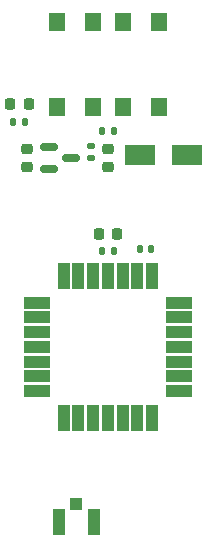
<source format=gtp>
G04 #@! TF.GenerationSoftware,KiCad,Pcbnew,(6.0.6)*
G04 #@! TF.CreationDate,2022-10-28T15:12:27+11:00*
G04 #@! TF.ProjectId,CE-LoRa-E5-Breakout-Module,43452d4c-6f52-4612-9d45-352d42726561,rev?*
G04 #@! TF.SameCoordinates,Original*
G04 #@! TF.FileFunction,Paste,Top*
G04 #@! TF.FilePolarity,Positive*
%FSLAX46Y46*%
G04 Gerber Fmt 4.6, Leading zero omitted, Abs format (unit mm)*
G04 Created by KiCad (PCBNEW (6.0.6)) date 2022-10-28 15:12:27*
%MOMM*%
%LPD*%
G01*
G04 APERTURE LIST*
G04 Aperture macros list*
%AMRoundRect*
0 Rectangle with rounded corners*
0 $1 Rounding radius*
0 $2 $3 $4 $5 $6 $7 $8 $9 X,Y pos of 4 corners*
0 Add a 4 corners polygon primitive as box body*
4,1,4,$2,$3,$4,$5,$6,$7,$8,$9,$2,$3,0*
0 Add four circle primitives for the rounded corners*
1,1,$1+$1,$2,$3*
1,1,$1+$1,$4,$5*
1,1,$1+$1,$6,$7*
1,1,$1+$1,$8,$9*
0 Add four rect primitives between the rounded corners*
20,1,$1+$1,$2,$3,$4,$5,0*
20,1,$1+$1,$4,$5,$6,$7,0*
20,1,$1+$1,$6,$7,$8,$9,0*
20,1,$1+$1,$8,$9,$2,$3,0*%
G04 Aperture macros list end*
%ADD10RoundRect,0.135000X0.135000X0.185000X-0.135000X0.185000X-0.135000X-0.185000X0.135000X-0.185000X0*%
%ADD11RoundRect,0.218750X0.218750X0.256250X-0.218750X0.256250X-0.218750X-0.256250X0.218750X-0.256250X0*%
%ADD12RoundRect,0.150000X-0.587500X-0.150000X0.587500X-0.150000X0.587500X0.150000X-0.587500X0.150000X0*%
%ADD13RoundRect,0.140000X0.170000X-0.140000X0.170000X0.140000X-0.170000X0.140000X-0.170000X-0.140000X0*%
%ADD14RoundRect,0.225000X0.250000X-0.225000X0.250000X0.225000X-0.250000X0.225000X-0.250000X-0.225000X0*%
%ADD15R,1.000000X2.300000*%
%ADD16R,2.300000X1.000000*%
%ADD17R,1.000000X1.050000*%
%ADD18R,1.050000X2.200000*%
%ADD19RoundRect,0.135000X-0.135000X-0.185000X0.135000X-0.185000X0.135000X0.185000X-0.135000X0.185000X0*%
%ADD20R,1.400000X1.600000*%
%ADD21RoundRect,0.140000X0.140000X0.170000X-0.140000X0.170000X-0.140000X-0.170000X0.140000X-0.170000X0*%
%ADD22R,2.500000X1.800000*%
%ADD23RoundRect,0.218750X-0.218750X-0.256250X0.218750X-0.256250X0.218750X0.256250X-0.218750X0.256250X0*%
G04 APERTURE END LIST*
D10*
X128785000Y-82866000D03*
X127765000Y-82866000D03*
D11*
X129062500Y-91629000D03*
X127487500Y-91629000D03*
D10*
X121292000Y-82104000D03*
X120272000Y-82104000D03*
D12*
X123273500Y-84202000D03*
X123273500Y-86102000D03*
X125148500Y-85152000D03*
D13*
X126878000Y-85124000D03*
X126878000Y-84164000D03*
D14*
X121417000Y-85927000D03*
X121417000Y-84377000D03*
D15*
X132025000Y-95154000D03*
X130775000Y-95154000D03*
X129525000Y-95154000D03*
X128275000Y-95154000D03*
X127025000Y-95154000D03*
X125775000Y-95154000D03*
X124525000Y-95154000D03*
D16*
X122275000Y-97404000D03*
X122275000Y-98654000D03*
X122275000Y-99904000D03*
X122275000Y-101154000D03*
X122275000Y-102404000D03*
X122275000Y-103654000D03*
X122275000Y-104904000D03*
D15*
X124525000Y-107154000D03*
X125775000Y-107154000D03*
X127025000Y-107154000D03*
X128275000Y-107154000D03*
X129525000Y-107154000D03*
X130775000Y-107154000D03*
X132025000Y-107154000D03*
D16*
X134275000Y-104904000D03*
X134275000Y-103654000D03*
X134275000Y-102404000D03*
X134275000Y-101154000D03*
X134275000Y-99904000D03*
X134275000Y-98654000D03*
X134275000Y-97404000D03*
D17*
X125608000Y-114455000D03*
D18*
X124133000Y-115980000D03*
X127083000Y-115980000D03*
D19*
X127765000Y-93026000D03*
X128785000Y-93026000D03*
D20*
X123981000Y-80878000D03*
X123981000Y-73678000D03*
X126981000Y-73678000D03*
X126981000Y-80878000D03*
D14*
X128275000Y-85927000D03*
X128275000Y-84377000D03*
D20*
X132569000Y-73678000D03*
X132569000Y-80878000D03*
X129569000Y-80878000D03*
X129569000Y-73678000D03*
D21*
X131930000Y-92899000D03*
X130970000Y-92899000D03*
D22*
X130974000Y-84898000D03*
X134974000Y-84898000D03*
D23*
X119994500Y-80580000D03*
X121569500Y-80580000D03*
M02*

</source>
